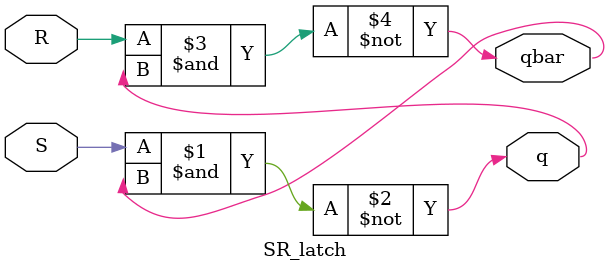
<source format=v>
`timescale 1ns / 1ps


module SR_latch(
    input S,R,
    output q,qbar
    );
    
assign q = ~(S & qbar);
assign qbar = ~(R & q);


endmodule

</source>
